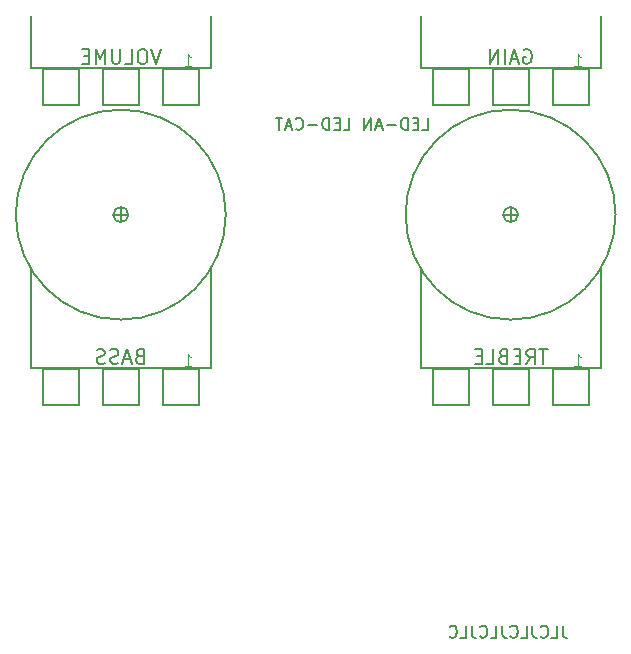
<source format=gbo>
%TF.GenerationSoftware,KiCad,Pcbnew,(5.1.6)-1*%
%TF.CreationDate,2021-04-19T00:14:33-04:00*%
%TF.ProjectId,fafnir-v2,6661666e-6972-42d7-9632-2e6b69636164,rev?*%
%TF.SameCoordinates,Original*%
%TF.FileFunction,Legend,Bot*%
%TF.FilePolarity,Positive*%
%FSLAX46Y46*%
G04 Gerber Fmt 4.6, Leading zero omitted, Abs format (unit mm)*
G04 Created by KiCad (PCBNEW (5.1.6)-1) date 2021-04-19 00:14:33*
%MOMM*%
%LPD*%
G01*
G04 APERTURE LIST*
%ADD10C,0.150000*%
%ADD11C,0.127000*%
%ADD12C,0.152400*%
%ADD13C,0.121920*%
%ADD14C,2.743200*%
%ADD15R,2.743200X2.743200*%
%ADD16C,2.000000*%
%ADD17C,1.800000*%
%ADD18R,1.800000X1.800000*%
%ADD19C,2.750000*%
%ADD20C,2.203200*%
%ADD21R,1.130000X1.130000*%
%ADD22C,1.130000*%
%ADD23R,2.200000X2.200000*%
%ADD24O,2.200000X2.200000*%
%ADD25R,2.133600X2.133600*%
%ADD26C,2.133600*%
G04 APERTURE END LIST*
D10*
X69119047Y-97702380D02*
X69119047Y-98416666D01*
X69166666Y-98559523D01*
X69261904Y-98654761D01*
X69404761Y-98702380D01*
X69500000Y-98702380D01*
X68166666Y-98702380D02*
X68642857Y-98702380D01*
X68642857Y-97702380D01*
X67261904Y-98607142D02*
X67309523Y-98654761D01*
X67452380Y-98702380D01*
X67547619Y-98702380D01*
X67690476Y-98654761D01*
X67785714Y-98559523D01*
X67833333Y-98464285D01*
X67880952Y-98273809D01*
X67880952Y-98130952D01*
X67833333Y-97940476D01*
X67785714Y-97845238D01*
X67690476Y-97750000D01*
X67547619Y-97702380D01*
X67452380Y-97702380D01*
X67309523Y-97750000D01*
X67261904Y-97797619D01*
X66547619Y-97702380D02*
X66547619Y-98416666D01*
X66595238Y-98559523D01*
X66690476Y-98654761D01*
X66833333Y-98702380D01*
X66928571Y-98702380D01*
X65595238Y-98702380D02*
X66071428Y-98702380D01*
X66071428Y-97702380D01*
X64690476Y-98607142D02*
X64738095Y-98654761D01*
X64880952Y-98702380D01*
X64976190Y-98702380D01*
X65119047Y-98654761D01*
X65214285Y-98559523D01*
X65261904Y-98464285D01*
X65309523Y-98273809D01*
X65309523Y-98130952D01*
X65261904Y-97940476D01*
X65214285Y-97845238D01*
X65119047Y-97750000D01*
X64976190Y-97702380D01*
X64880952Y-97702380D01*
X64738095Y-97750000D01*
X64690476Y-97797619D01*
X63976190Y-97702380D02*
X63976190Y-98416666D01*
X64023809Y-98559523D01*
X64119047Y-98654761D01*
X64261904Y-98702380D01*
X64357142Y-98702380D01*
X63023809Y-98702380D02*
X63500000Y-98702380D01*
X63500000Y-97702380D01*
X62119047Y-98607142D02*
X62166666Y-98654761D01*
X62309523Y-98702380D01*
X62404761Y-98702380D01*
X62547619Y-98654761D01*
X62642857Y-98559523D01*
X62690476Y-98464285D01*
X62738095Y-98273809D01*
X62738095Y-98130952D01*
X62690476Y-97940476D01*
X62642857Y-97845238D01*
X62547619Y-97750000D01*
X62404761Y-97702380D01*
X62309523Y-97702380D01*
X62166666Y-97750000D01*
X62119047Y-97797619D01*
X61404761Y-97702380D02*
X61404761Y-98416666D01*
X61452380Y-98559523D01*
X61547619Y-98654761D01*
X61690476Y-98702380D01*
X61785714Y-98702380D01*
X60452380Y-98702380D02*
X60928571Y-98702380D01*
X60928571Y-97702380D01*
X59547619Y-98607142D02*
X59595238Y-98654761D01*
X59738095Y-98702380D01*
X59833333Y-98702380D01*
X59976190Y-98654761D01*
X60071428Y-98559523D01*
X60119047Y-98464285D01*
X60166666Y-98273809D01*
X60166666Y-98130952D01*
X60119047Y-97940476D01*
X60071428Y-97845238D01*
X59976190Y-97750000D01*
X59833333Y-97702380D01*
X59738095Y-97702380D01*
X59595238Y-97750000D01*
X59547619Y-97797619D01*
D11*
X72320000Y-46100000D02*
X72320000Y-50449000D01*
X71304000Y-50576000D02*
X68256000Y-50576000D01*
X66224000Y-50576000D02*
X63176000Y-50576000D01*
X61144000Y-50576000D02*
X58096000Y-50576000D01*
X57080000Y-50449000D02*
X57080000Y-46100000D01*
X71304000Y-50576000D02*
X71304000Y-53624000D01*
X71304000Y-53624000D02*
X68256000Y-53624000D01*
X68256000Y-53624000D02*
X68256000Y-50576000D01*
X66224000Y-50576000D02*
X66224000Y-53624000D01*
X66224000Y-53624000D02*
X63176000Y-53624000D01*
X63176000Y-53624000D02*
X63176000Y-50576000D01*
X61144000Y-50576000D02*
X61144000Y-53624000D01*
X61144000Y-53624000D02*
X58096000Y-53624000D01*
X58096000Y-53624000D02*
X58096000Y-50576000D01*
X72320000Y-50449000D02*
X57080000Y-50449000D01*
X39320000Y-46100000D02*
X39320000Y-50449000D01*
X38304000Y-50576000D02*
X35256000Y-50576000D01*
X33224000Y-50576000D02*
X30176000Y-50576000D01*
X28144000Y-50576000D02*
X25096000Y-50576000D01*
X24080000Y-50449000D02*
X24080000Y-46100000D01*
X38304000Y-50576000D02*
X38304000Y-53624000D01*
X38304000Y-53624000D02*
X35256000Y-53624000D01*
X35256000Y-53624000D02*
X35256000Y-50576000D01*
X33224000Y-50576000D02*
X33224000Y-53624000D01*
X33224000Y-53624000D02*
X30176000Y-53624000D01*
X30176000Y-53624000D02*
X30176000Y-50576000D01*
X28144000Y-50576000D02*
X28144000Y-53624000D01*
X28144000Y-53624000D02*
X25096000Y-53624000D01*
X25096000Y-53624000D02*
X25096000Y-50576000D01*
X39320000Y-50449000D02*
X24080000Y-50449000D01*
X72320000Y-67340000D02*
X72320000Y-75849000D01*
X71304000Y-75976000D02*
X68256000Y-75976000D01*
X66224000Y-75976000D02*
X63176000Y-75976000D01*
X61144000Y-75976000D02*
X58096000Y-75976000D01*
X57080000Y-75849000D02*
X57080000Y-67340000D01*
X71304000Y-75976000D02*
X71304000Y-79024000D01*
X71304000Y-79024000D02*
X68256000Y-79024000D01*
X68256000Y-79024000D02*
X68256000Y-75976000D01*
X66224000Y-75976000D02*
X66224000Y-79024000D01*
X66224000Y-79024000D02*
X63176000Y-79024000D01*
X63176000Y-79024000D02*
X63176000Y-75976000D01*
X61144000Y-75976000D02*
X61144000Y-79024000D01*
X61144000Y-79024000D02*
X58096000Y-79024000D01*
X58096000Y-79024000D02*
X58096000Y-75976000D01*
X72320000Y-75849000D02*
X57080000Y-75849000D01*
X64700000Y-62260000D02*
X64700000Y-63530000D01*
X65335000Y-62895000D02*
X64065000Y-62895000D01*
X65335000Y-62895000D02*
G75*
G03*
X65335000Y-62895000I-635000J0D01*
G01*
X64699998Y-54005000D02*
G75*
G02*
X73590000Y-62895000I101J-8889901D01*
G01*
X55810000Y-62895002D02*
G75*
G02*
X64700000Y-54005000I8889901J101D01*
G01*
X64700000Y-71785000D02*
G75*
G02*
X55810000Y-62895000I0J8890000D01*
G01*
X73590000Y-62895000D02*
G75*
G02*
X64700000Y-71785000I-8890000J0D01*
G01*
X32335000Y-62895000D02*
G75*
G03*
X32335000Y-62895000I-635000J0D01*
G01*
X32335000Y-62895000D02*
X31065000Y-62895000D01*
X31700000Y-62260000D02*
X31700000Y-63530000D01*
X39320000Y-75849000D02*
X24080000Y-75849000D01*
X25096000Y-79024000D02*
X25096000Y-75976000D01*
X28144000Y-79024000D02*
X25096000Y-79024000D01*
X28144000Y-75976000D02*
X28144000Y-79024000D01*
X30176000Y-79024000D02*
X30176000Y-75976000D01*
X33224000Y-79024000D02*
X30176000Y-79024000D01*
X33224000Y-75976000D02*
X33224000Y-79024000D01*
X35256000Y-79024000D02*
X35256000Y-75976000D01*
X38304000Y-79024000D02*
X35256000Y-79024000D01*
X38304000Y-75976000D02*
X38304000Y-79024000D01*
X24080000Y-75849000D02*
X24080000Y-67340000D01*
X28144000Y-75976000D02*
X25096000Y-75976000D01*
X33224000Y-75976000D02*
X30176000Y-75976000D01*
X38304000Y-75976000D02*
X35256000Y-75976000D01*
X39320000Y-67340000D02*
X39320000Y-75849000D01*
X40590000Y-62895000D02*
G75*
G02*
X31700000Y-71785000I-8890000J0D01*
G01*
X31700000Y-71785000D02*
G75*
G02*
X22810000Y-62895000I0J8890000D01*
G01*
X22810000Y-62895002D02*
G75*
G02*
X31700000Y-54005000I8889901J101D01*
G01*
X31699998Y-54005000D02*
G75*
G02*
X40590000Y-62895000I101J-8889901D01*
G01*
D12*
X65820321Y-48956750D02*
X65935226Y-48899297D01*
X66107583Y-48899297D01*
X66279940Y-48956750D01*
X66394845Y-49071654D01*
X66452297Y-49186559D01*
X66509750Y-49416369D01*
X66509750Y-49588726D01*
X66452297Y-49818535D01*
X66394845Y-49933440D01*
X66279940Y-50048345D01*
X66107583Y-50105797D01*
X65992678Y-50105797D01*
X65820321Y-50048345D01*
X65762869Y-49990892D01*
X65762869Y-49588726D01*
X65992678Y-49588726D01*
X65303250Y-49761083D02*
X64728726Y-49761083D01*
X65418154Y-50105797D02*
X65015988Y-48899297D01*
X64613821Y-50105797D01*
X64211654Y-50105797D02*
X64211654Y-48899297D01*
X63637130Y-50105797D02*
X63637130Y-48899297D01*
X62947702Y-50105797D01*
X62947702Y-48899297D01*
D13*
X70108361Y-50276038D02*
X70659904Y-50276038D01*
X70384132Y-50276038D02*
X70384132Y-49310838D01*
X70476056Y-49448723D01*
X70567980Y-49540647D01*
X70659904Y-49586609D01*
D12*
X35089690Y-48899297D02*
X34687523Y-50105797D01*
X34285357Y-48899297D01*
X33653380Y-48899297D02*
X33423571Y-48899297D01*
X33308666Y-48956750D01*
X33193761Y-49071654D01*
X33136309Y-49301464D01*
X33136309Y-49703630D01*
X33193761Y-49933440D01*
X33308666Y-50048345D01*
X33423571Y-50105797D01*
X33653380Y-50105797D01*
X33768285Y-50048345D01*
X33883190Y-49933440D01*
X33940642Y-49703630D01*
X33940642Y-49301464D01*
X33883190Y-49071654D01*
X33768285Y-48956750D01*
X33653380Y-48899297D01*
X32044714Y-50105797D02*
X32619238Y-50105797D01*
X32619238Y-48899297D01*
X31642547Y-48899297D02*
X31642547Y-49875988D01*
X31585095Y-49990892D01*
X31527642Y-50048345D01*
X31412738Y-50105797D01*
X31182928Y-50105797D01*
X31068023Y-50048345D01*
X31010571Y-49990892D01*
X30953119Y-49875988D01*
X30953119Y-48899297D01*
X30378595Y-50105797D02*
X30378595Y-48899297D01*
X29976428Y-49761083D01*
X29574261Y-48899297D01*
X29574261Y-50105797D01*
X28999738Y-49473821D02*
X28597571Y-49473821D01*
X28425214Y-50105797D02*
X28999738Y-50105797D01*
X28999738Y-48899297D01*
X28425214Y-48899297D01*
D13*
X37108361Y-50276038D02*
X37659904Y-50276038D01*
X37384132Y-50276038D02*
X37384132Y-49310838D01*
X37476056Y-49448723D01*
X37567980Y-49540647D01*
X37659904Y-49586609D01*
D12*
X67831154Y-74299297D02*
X67141726Y-74299297D01*
X67486440Y-75505797D02*
X67486440Y-74299297D01*
X66050130Y-75505797D02*
X66452297Y-74931273D01*
X66739559Y-75505797D02*
X66739559Y-74299297D01*
X66279940Y-74299297D01*
X66165035Y-74356750D01*
X66107583Y-74414202D01*
X66050130Y-74529107D01*
X66050130Y-74701464D01*
X66107583Y-74816369D01*
X66165035Y-74873821D01*
X66279940Y-74931273D01*
X66739559Y-74931273D01*
X65533059Y-74873821D02*
X65130892Y-74873821D01*
X64958535Y-75505797D02*
X65533059Y-75505797D01*
X65533059Y-74299297D01*
X64958535Y-74299297D01*
X64039297Y-74873821D02*
X63866940Y-74931273D01*
X63809488Y-74988726D01*
X63752035Y-75103630D01*
X63752035Y-75275988D01*
X63809488Y-75390892D01*
X63866940Y-75448345D01*
X63981845Y-75505797D01*
X64441464Y-75505797D01*
X64441464Y-74299297D01*
X64039297Y-74299297D01*
X63924392Y-74356750D01*
X63866940Y-74414202D01*
X63809488Y-74529107D01*
X63809488Y-74644011D01*
X63866940Y-74758916D01*
X63924392Y-74816369D01*
X64039297Y-74873821D01*
X64441464Y-74873821D01*
X62660440Y-75505797D02*
X63234964Y-75505797D01*
X63234964Y-74299297D01*
X62258273Y-74873821D02*
X61856107Y-74873821D01*
X61683750Y-75505797D02*
X62258273Y-75505797D01*
X62258273Y-74299297D01*
X61683750Y-74299297D01*
D13*
X70108361Y-75676038D02*
X70659904Y-75676038D01*
X70384132Y-75676038D02*
X70384132Y-74710838D01*
X70476056Y-74848723D01*
X70567980Y-74940647D01*
X70659904Y-74986609D01*
D12*
X33279940Y-74873821D02*
X33107583Y-74931273D01*
X33050130Y-74988726D01*
X32992678Y-75103630D01*
X32992678Y-75275988D01*
X33050130Y-75390892D01*
X33107583Y-75448345D01*
X33222488Y-75505797D01*
X33682107Y-75505797D01*
X33682107Y-74299297D01*
X33279940Y-74299297D01*
X33165035Y-74356750D01*
X33107583Y-74414202D01*
X33050130Y-74529107D01*
X33050130Y-74644011D01*
X33107583Y-74758916D01*
X33165035Y-74816369D01*
X33279940Y-74873821D01*
X33682107Y-74873821D01*
X32533059Y-75161083D02*
X31958535Y-75161083D01*
X32647964Y-75505797D02*
X32245797Y-74299297D01*
X31843630Y-75505797D01*
X31498916Y-75448345D02*
X31326559Y-75505797D01*
X31039297Y-75505797D01*
X30924392Y-75448345D01*
X30866940Y-75390892D01*
X30809488Y-75275988D01*
X30809488Y-75161083D01*
X30866940Y-75046178D01*
X30924392Y-74988726D01*
X31039297Y-74931273D01*
X31269107Y-74873821D01*
X31384011Y-74816369D01*
X31441464Y-74758916D01*
X31498916Y-74644011D01*
X31498916Y-74529107D01*
X31441464Y-74414202D01*
X31384011Y-74356750D01*
X31269107Y-74299297D01*
X30981845Y-74299297D01*
X30809488Y-74356750D01*
X30349869Y-75448345D02*
X30177511Y-75505797D01*
X29890250Y-75505797D01*
X29775345Y-75448345D01*
X29717892Y-75390892D01*
X29660440Y-75275988D01*
X29660440Y-75161083D01*
X29717892Y-75046178D01*
X29775345Y-74988726D01*
X29890250Y-74931273D01*
X30120059Y-74873821D01*
X30234964Y-74816369D01*
X30292416Y-74758916D01*
X30349869Y-74644011D01*
X30349869Y-74529107D01*
X30292416Y-74414202D01*
X30234964Y-74356750D01*
X30120059Y-74299297D01*
X29832797Y-74299297D01*
X29660440Y-74356750D01*
D13*
X37108361Y-75676038D02*
X37659904Y-75676038D01*
X37384132Y-75676038D02*
X37384132Y-74710838D01*
X37476056Y-74848723D01*
X37567980Y-74940647D01*
X37659904Y-74986609D01*
D10*
X57214285Y-55702380D02*
X57690476Y-55702380D01*
X57690476Y-54702380D01*
X56880952Y-55178571D02*
X56547619Y-55178571D01*
X56404761Y-55702380D02*
X56880952Y-55702380D01*
X56880952Y-54702380D01*
X56404761Y-54702380D01*
X55976190Y-55702380D02*
X55976190Y-54702380D01*
X55738095Y-54702380D01*
X55595238Y-54750000D01*
X55500000Y-54845238D01*
X55452380Y-54940476D01*
X55404761Y-55130952D01*
X55404761Y-55273809D01*
X55452380Y-55464285D01*
X55500000Y-55559523D01*
X55595238Y-55654761D01*
X55738095Y-55702380D01*
X55976190Y-55702380D01*
X54976190Y-55321428D02*
X54214285Y-55321428D01*
X53785714Y-55416666D02*
X53309523Y-55416666D01*
X53880952Y-55702380D02*
X53547619Y-54702380D01*
X53214285Y-55702380D01*
X52880952Y-55702380D02*
X52880952Y-54702380D01*
X52309523Y-55702380D01*
X52309523Y-54702380D01*
X50571428Y-55702380D02*
X51047619Y-55702380D01*
X51047619Y-54702380D01*
X50238095Y-55178571D02*
X49904761Y-55178571D01*
X49761904Y-55702380D02*
X50238095Y-55702380D01*
X50238095Y-54702380D01*
X49761904Y-54702380D01*
X49333333Y-55702380D02*
X49333333Y-54702380D01*
X49095238Y-54702380D01*
X48952380Y-54750000D01*
X48857142Y-54845238D01*
X48809523Y-54940476D01*
X48761904Y-55130952D01*
X48761904Y-55273809D01*
X48809523Y-55464285D01*
X48857142Y-55559523D01*
X48952380Y-55654761D01*
X49095238Y-55702380D01*
X49333333Y-55702380D01*
X48333333Y-55321428D02*
X47571428Y-55321428D01*
X46523809Y-55607142D02*
X46571428Y-55654761D01*
X46714285Y-55702380D01*
X46809523Y-55702380D01*
X46952380Y-55654761D01*
X47047619Y-55559523D01*
X47095238Y-55464285D01*
X47142857Y-55273809D01*
X47142857Y-55130952D01*
X47095238Y-54940476D01*
X47047619Y-54845238D01*
X46952380Y-54750000D01*
X46809523Y-54702380D01*
X46714285Y-54702380D01*
X46571428Y-54750000D01*
X46523809Y-54797619D01*
X46142857Y-55416666D02*
X45666666Y-55416666D01*
X46238095Y-55702380D02*
X45904761Y-54702380D01*
X45571428Y-55702380D01*
X45380952Y-54702380D02*
X44809523Y-54702380D01*
X45095238Y-55702380D02*
X45095238Y-54702380D01*
%LPC*%
D14*
X59620000Y-52100000D03*
X64700000Y-52100000D03*
D15*
X69780000Y-52100000D03*
D14*
X26620000Y-52100000D03*
X31700000Y-52100000D03*
D15*
X36780000Y-52100000D03*
X69780000Y-77500000D03*
D14*
X64700000Y-77500000D03*
X59620000Y-77500000D03*
X26620000Y-77500000D03*
X31700000Y-77500000D03*
D15*
X36780000Y-77500000D03*
D16*
X44000000Y-58000000D03*
D17*
X49540000Y-50250000D03*
D18*
X47000000Y-50250000D03*
G36*
G01*
X63875000Y-103124750D02*
X63875000Y-100875250D01*
G75*
G02*
X64125250Y-100625000I250250J0D01*
G01*
X66374750Y-100625000D01*
G75*
G02*
X66625000Y-100875250I0J-250250D01*
G01*
X66625000Y-103124750D01*
G75*
G02*
X66374750Y-103375000I-250250J0D01*
G01*
X64125250Y-103375000D01*
G75*
G02*
X63875000Y-103124750I0J250250D01*
G01*
G37*
G36*
G01*
X23875000Y-103124750D02*
X23875000Y-100875250D01*
G75*
G02*
X24125250Y-100625000I250250J0D01*
G01*
X26374750Y-100625000D01*
G75*
G02*
X26625000Y-100875250I0J-250250D01*
G01*
X26625000Y-103124750D01*
G75*
G02*
X26374750Y-103375000I-250250J0D01*
G01*
X24125250Y-103375000D01*
G75*
G02*
X23875000Y-103124750I0J250250D01*
G01*
G37*
D19*
X71750000Y-102000000D03*
D16*
X54500000Y-58000000D03*
G36*
G01*
X50250000Y-57182000D02*
X50250000Y-58818000D01*
G75*
G02*
X50068000Y-59000000I-182000J0D01*
G01*
X48432000Y-59000000D01*
G75*
G02*
X48250000Y-58818000I0J182000D01*
G01*
X48250000Y-57182000D01*
G75*
G02*
X48432000Y-57000000I182000J0D01*
G01*
X50068000Y-57000000D01*
G75*
G02*
X50250000Y-57182000I0J-182000D01*
G01*
G37*
D20*
X51300000Y-95040000D03*
X51300000Y-89960000D03*
X52210000Y-101750000D03*
X57290000Y-101750000D03*
X46250000Y-89860000D03*
X46250000Y-94940000D03*
X38200000Y-100600000D03*
X33120000Y-100600000D03*
X55000000Y-89960000D03*
X55000000Y-95040000D03*
X59500000Y-95250000D03*
X59500000Y-90170000D03*
X62120000Y-81500000D03*
X67200000Y-81500000D03*
X24460000Y-87000000D03*
X29540000Y-87000000D03*
X41710000Y-86000000D03*
X46790000Y-86000000D03*
D21*
X43660000Y-63400000D03*
D22*
X43660000Y-65940000D03*
X43660000Y-68480000D03*
X43660000Y-71020000D03*
X43660000Y-73560000D03*
X43660000Y-76100000D03*
X43660000Y-78640000D03*
X43660000Y-81180000D03*
X51600000Y-81180000D03*
X51600000Y-78640000D03*
X51600000Y-76100000D03*
X51600000Y-73560000D03*
X51600000Y-71020000D03*
X51600000Y-68480000D03*
X51600000Y-65940000D03*
X51600000Y-63400000D03*
D23*
X35060000Y-82500000D03*
D24*
X24900000Y-82500000D03*
D25*
X69980000Y-95500000D03*
D26*
X72520000Y-95500000D03*
D20*
X70900000Y-82000000D03*
X70900000Y-87080000D03*
X51460000Y-98500000D03*
X56540000Y-98500000D03*
X47040000Y-100500000D03*
X41960000Y-100500000D03*
X34000000Y-90460000D03*
X34000000Y-95540000D03*
D25*
X64730000Y-91000000D03*
D26*
X67270000Y-91000000D03*
D20*
X57460000Y-86500000D03*
X62540000Y-86500000D03*
X54750000Y-81750000D03*
X57750000Y-81750000D03*
X26460000Y-97500000D03*
X31540000Y-97500000D03*
X38460000Y-96500000D03*
X43540000Y-96500000D03*
D25*
X26480000Y-92000000D03*
D26*
X29020000Y-92000000D03*
D20*
X42500000Y-92000000D03*
X39500000Y-92000000D03*
M02*

</source>
